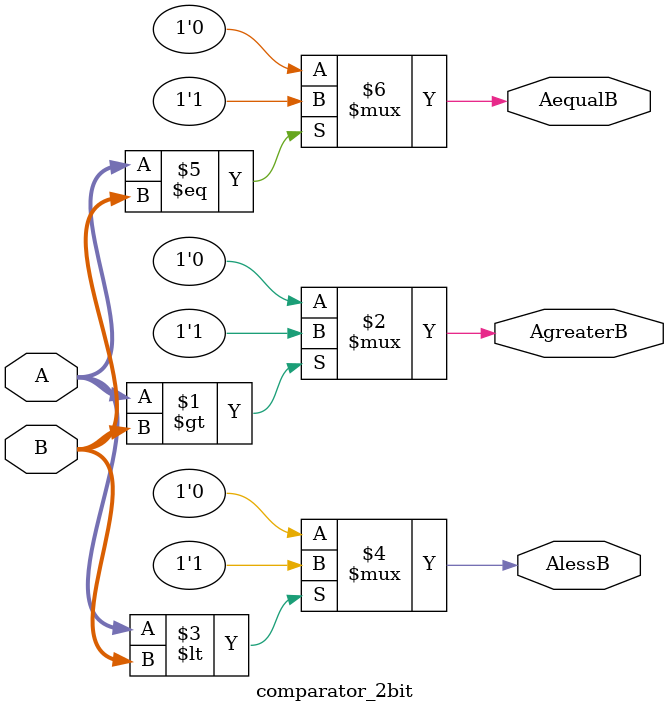
<source format=sv>
module comparator_2bit (
    input  [1:0] A,
    input  [1:0] B,
    output       AgreaterB,
    output       AlessB,
    output       AequalB
);

    assign AgreaterB = (A > B) ? 1'b1 : 1'b0;
    assign AlessB    = (A < B) ? 1'b1 : 1'b0;
    assign AequalB   = (A == B) ? 1'b1 : 1'b0;
endmodule

</source>
